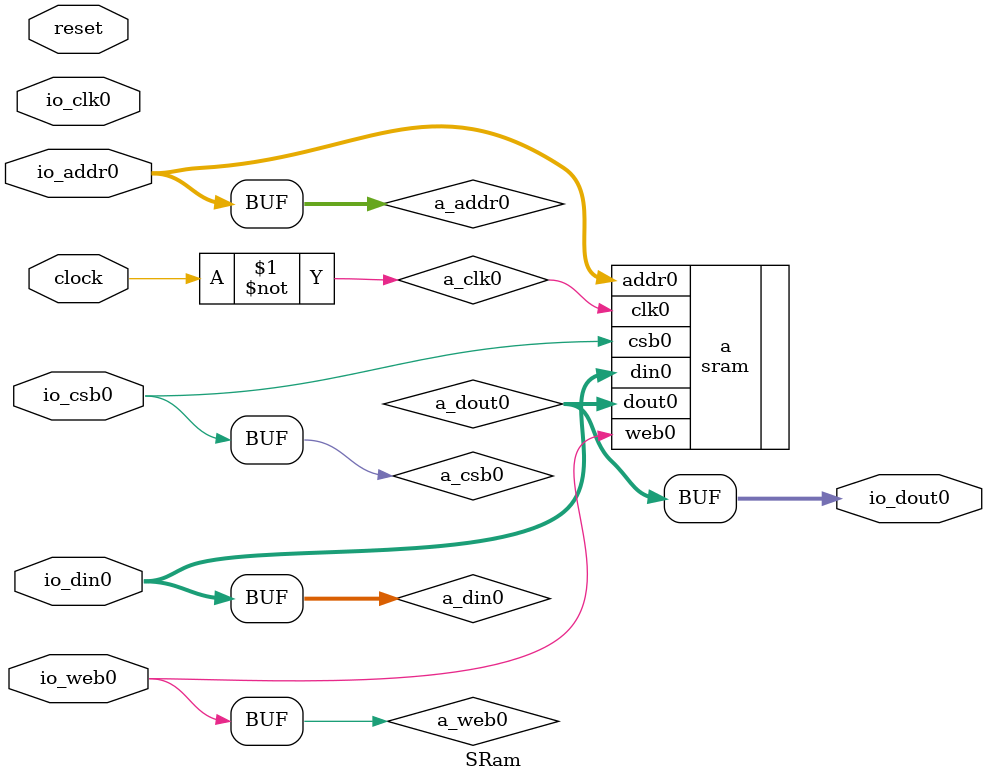
<source format=v>
module SRam(
  input         clock,
  input         reset,
  input         io_clk0,
  input         io_csb0,
  input         io_web0,
  input  [6:0]  io_addr0,
  input  [31:0] io_din0,
  output [31:0] io_dout0
);
  wire  a_clk0; // @[SRam.scala 86:19]
  wire  a_csb0; // @[SRam.scala 86:19]
  wire  a_web0; // @[SRam.scala 86:19]
  wire [6:0] a_addr0; // @[SRam.scala 86:19]
  wire [31:0] a_din0; // @[SRam.scala 86:19]
  wire [31:0] a_dout0; // @[SRam.scala 86:19]
  sram a ( // @[SRam.scala 86:19]
    .clk0(a_clk0),
    .csb0(a_csb0),
    .web0(a_web0),
    .addr0(a_addr0),
    .din0(a_din0),
    .dout0(a_dout0)
  );
  assign io_dout0 = a_dout0; // @[SRam.scala 95:14]
  assign a_clk0 = ~clock; // @[SRam.scala 90:18]
  assign a_csb0 = io_csb0; // @[SRam.scala 91:14]
  assign a_web0 = io_web0; // @[SRam.scala 92:14]
  assign a_addr0 = io_addr0; // @[SRam.scala 93:15]
  assign a_din0 = io_din0; // @[SRam.scala 94:14]
endmodule

</source>
